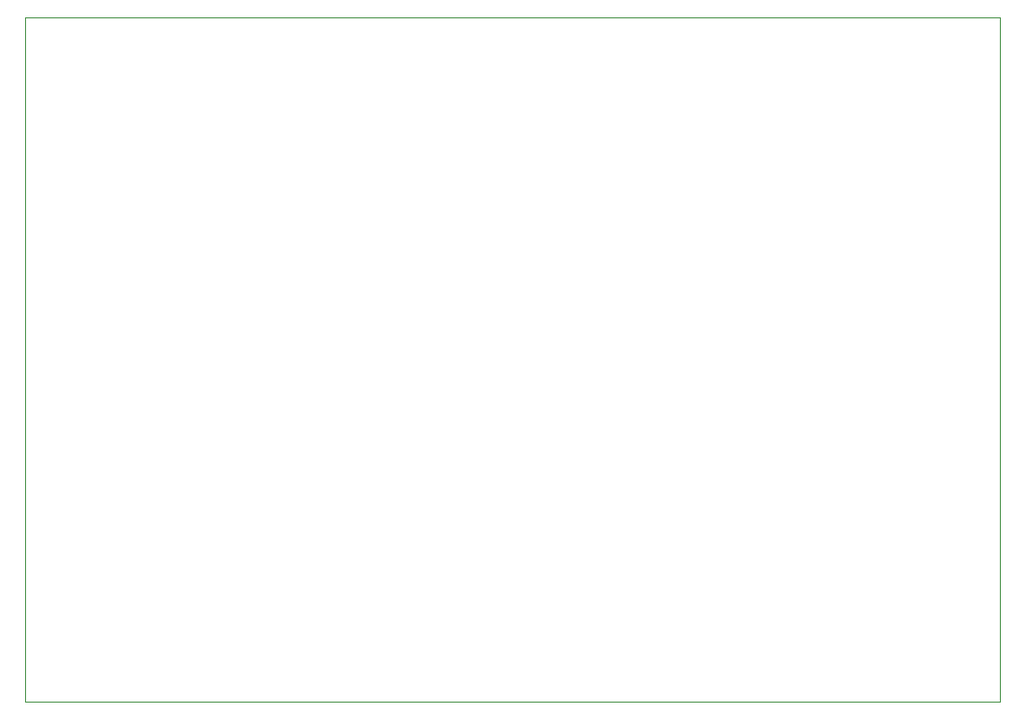
<source format=gbr>
G04 #@! TF.GenerationSoftware,KiCad,Pcbnew,(6.0.4)*
G04 #@! TF.CreationDate,2022-05-03T12:05:26+02:00*
G04 #@! TF.ProjectId,Zasilacz_wzm_sluchawkowy_2x12v,5a617369-6c61-4637-9a5f-777a6d5f736c,rev?*
G04 #@! TF.SameCoordinates,Original*
G04 #@! TF.FileFunction,Profile,NP*
%FSLAX46Y46*%
G04 Gerber Fmt 4.6, Leading zero omitted, Abs format (unit mm)*
G04 Created by KiCad (PCBNEW (6.0.4)) date 2022-05-03 12:05:26*
%MOMM*%
%LPD*%
G01*
G04 APERTURE LIST*
G04 #@! TA.AperFunction,Profile*
%ADD10C,0.100000*%
G04 #@! TD*
G04 APERTURE END LIST*
D10*
X79100000Y-60000000D02*
X164600000Y-60000000D01*
X164600000Y-60000000D02*
X164600000Y-120000000D01*
X164600000Y-120000000D02*
X79100000Y-120000000D01*
X79100000Y-120000000D02*
X79100000Y-60000000D01*
M02*

</source>
